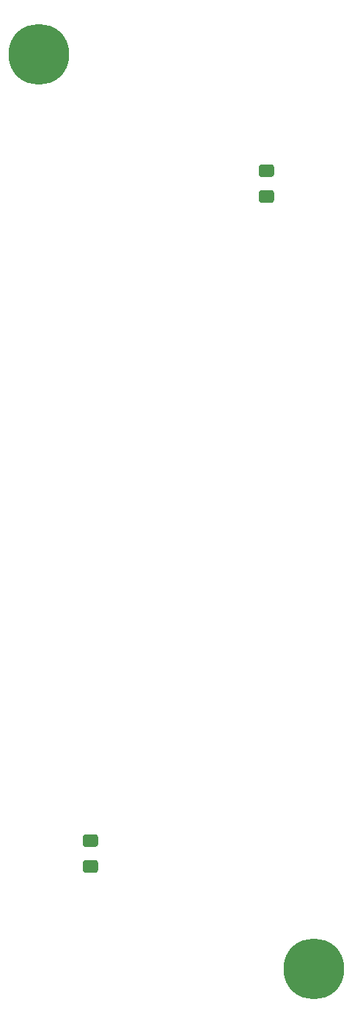
<source format=gbp>
%TF.GenerationSoftware,KiCad,Pcbnew,(5.1.12)-1*%
%TF.CreationDate,2021-12-14T20:27:31-05:00*%
%TF.ProjectId,PDB,5044422e-6b69-4636-9164-5f7063625858,rev?*%
%TF.SameCoordinates,Original*%
%TF.FileFunction,Paste,Bot*%
%TF.FilePolarity,Positive*%
%FSLAX46Y46*%
G04 Gerber Fmt 4.6, Leading zero omitted, Abs format (unit mm)*
G04 Created by KiCad (PCBNEW (5.1.12)-1) date 2021-12-14 20:27:31*
%MOMM*%
%LPD*%
G01*
G04 APERTURE LIST*
%ADD10C,7.000000*%
G04 APERTURE END LIST*
D10*
%TO.C,J24*%
X203915000Y-67369434D03*
%TD*%
%TO.C,J23*%
X235665000Y-172779434D03*
%TD*%
%TO.C,C2*%
G36*
G01*
X209259000Y-157244434D02*
X210509000Y-157244434D01*
G75*
G02*
X210759000Y-157494434I0J-250000D01*
G01*
X210759000Y-158419434D01*
G75*
G02*
X210509000Y-158669434I-250000J0D01*
G01*
X209259000Y-158669434D01*
G75*
G02*
X209009000Y-158419434I0J250000D01*
G01*
X209009000Y-157494434D01*
G75*
G02*
X209259000Y-157244434I250000J0D01*
G01*
G37*
G36*
G01*
X209259000Y-160219434D02*
X210509000Y-160219434D01*
G75*
G02*
X210759000Y-160469434I0J-250000D01*
G01*
X210759000Y-161394434D01*
G75*
G02*
X210509000Y-161644434I-250000J0D01*
G01*
X209259000Y-161644434D01*
G75*
G02*
X209009000Y-161394434I0J250000D01*
G01*
X209009000Y-160469434D01*
G75*
G02*
X209259000Y-160219434I250000J0D01*
G01*
G37*
%TD*%
%TO.C,C1*%
G36*
G01*
X230829000Y-81453434D02*
X229579000Y-81453434D01*
G75*
G02*
X229329000Y-81203434I0J250000D01*
G01*
X229329000Y-80278434D01*
G75*
G02*
X229579000Y-80028434I250000J0D01*
G01*
X230829000Y-80028434D01*
G75*
G02*
X231079000Y-80278434I0J-250000D01*
G01*
X231079000Y-81203434D01*
G75*
G02*
X230829000Y-81453434I-250000J0D01*
G01*
G37*
G36*
G01*
X230829000Y-84428434D02*
X229579000Y-84428434D01*
G75*
G02*
X229329000Y-84178434I0J250000D01*
G01*
X229329000Y-83253434D01*
G75*
G02*
X229579000Y-83003434I250000J0D01*
G01*
X230829000Y-83003434D01*
G75*
G02*
X231079000Y-83253434I0J-250000D01*
G01*
X231079000Y-84178434D01*
G75*
G02*
X230829000Y-84428434I-250000J0D01*
G01*
G37*
%TD*%
M02*

</source>
